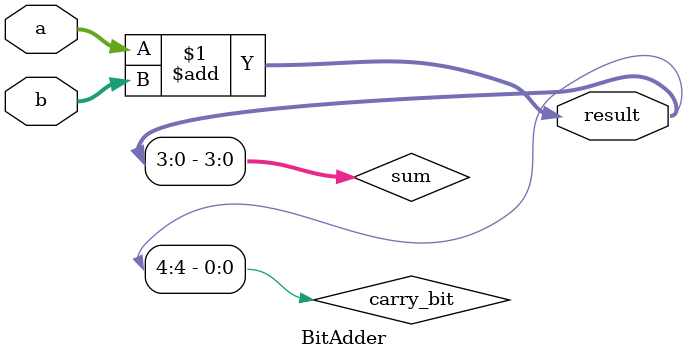
<source format=v>

`timescale 1ns/1ps
module BitAdder #(parameter SIZE = 4)
                (input [SIZE - 1:0] a,
                 input [SIZE - 1:0] b,
                 output [SIZE:0] result
                );
    
    wire carry_bit;
    wire [SIZE - 1:0] sum;
    assign {carry_bit,sum} = a + b;
    assign result = {carry_bit, sum};

endmodule

</source>
